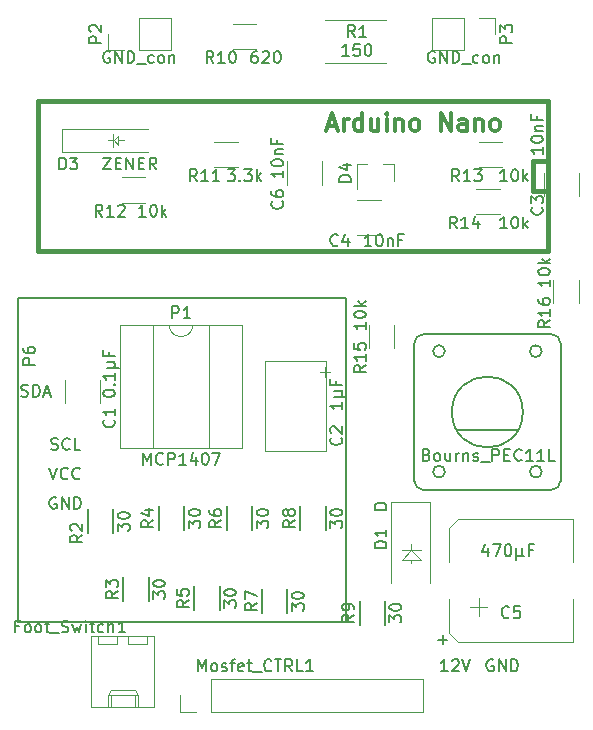
<source format=gbr>
G04 #@! TF.FileFunction,Legend,Top*
%FSLAX46Y46*%
G04 Gerber Fmt 4.6, Leading zero omitted, Abs format (unit mm)*
G04 Created by KiCad (PCBNEW 4.0.4-stable) date 09/01/17 08:26:27*
%MOMM*%
%LPD*%
G01*
G04 APERTURE LIST*
%ADD10C,0.100000*%
%ADD11C,0.300000*%
%ADD12C,0.381000*%
%ADD13C,0.150000*%
%ADD14C,0.120000*%
%ADD15C,0.200000*%
G04 APERTURE END LIST*
D10*
X104300000Y-116500000D02*
X104300000Y-116800000D01*
X104300000Y-115700000D02*
X104300000Y-115200000D01*
X103500000Y-115700000D02*
X105100000Y-115700000D01*
X104300000Y-115700000D02*
X103500000Y-115700000D01*
X104300000Y-115700000D02*
X103500000Y-116500000D01*
X105100000Y-116500000D02*
X104300000Y-115700000D01*
X105000000Y-116500000D02*
X105100000Y-116500000D01*
X103500000Y-116500000D02*
X105000000Y-116500000D01*
X109250000Y-120500000D02*
X110750000Y-120500000D01*
X110000000Y-121250000D02*
X110000000Y-119750000D01*
X79050000Y-81000000D02*
X79050000Y-80450000D01*
X79050000Y-81000000D02*
X79050000Y-81550000D01*
X79050000Y-81000000D02*
X78650000Y-81000000D01*
X79500000Y-81400000D02*
X79500000Y-81000000D01*
X79100000Y-81000000D02*
X79500000Y-81400000D01*
X79500000Y-80600000D02*
X79100000Y-81000000D01*
X79500000Y-81000000D02*
X79500000Y-80600000D01*
X80000000Y-81000000D02*
X79500000Y-81000000D01*
X96600000Y-100600000D02*
X97400000Y-100600000D01*
X97000000Y-100200000D02*
X97000000Y-101000000D01*
D11*
X97214285Y-79750000D02*
X97928571Y-79750000D01*
X97071428Y-80178571D02*
X97571428Y-78678571D01*
X98071428Y-80178571D01*
X98571428Y-80178571D02*
X98571428Y-79178571D01*
X98571428Y-79464286D02*
X98642856Y-79321429D01*
X98714285Y-79250000D01*
X98857142Y-79178571D01*
X98999999Y-79178571D01*
X100142856Y-80178571D02*
X100142856Y-78678571D01*
X100142856Y-80107143D02*
X99999999Y-80178571D01*
X99714285Y-80178571D01*
X99571427Y-80107143D01*
X99499999Y-80035714D01*
X99428570Y-79892857D01*
X99428570Y-79464286D01*
X99499999Y-79321429D01*
X99571427Y-79250000D01*
X99714285Y-79178571D01*
X99999999Y-79178571D01*
X100142856Y-79250000D01*
X101499999Y-79178571D02*
X101499999Y-80178571D01*
X100857142Y-79178571D02*
X100857142Y-79964286D01*
X100928570Y-80107143D01*
X101071428Y-80178571D01*
X101285713Y-80178571D01*
X101428570Y-80107143D01*
X101499999Y-80035714D01*
X102214285Y-80178571D02*
X102214285Y-79178571D01*
X102214285Y-78678571D02*
X102142856Y-78750000D01*
X102214285Y-78821429D01*
X102285713Y-78750000D01*
X102214285Y-78678571D01*
X102214285Y-78821429D01*
X102928571Y-79178571D02*
X102928571Y-80178571D01*
X102928571Y-79321429D02*
X102999999Y-79250000D01*
X103142857Y-79178571D01*
X103357142Y-79178571D01*
X103499999Y-79250000D01*
X103571428Y-79392857D01*
X103571428Y-80178571D01*
X104500000Y-80178571D02*
X104357142Y-80107143D01*
X104285714Y-80035714D01*
X104214285Y-79892857D01*
X104214285Y-79464286D01*
X104285714Y-79321429D01*
X104357142Y-79250000D01*
X104500000Y-79178571D01*
X104714285Y-79178571D01*
X104857142Y-79250000D01*
X104928571Y-79321429D01*
X105000000Y-79464286D01*
X105000000Y-79892857D01*
X104928571Y-80035714D01*
X104857142Y-80107143D01*
X104714285Y-80178571D01*
X104500000Y-80178571D01*
X106785714Y-80178571D02*
X106785714Y-78678571D01*
X107642857Y-80178571D01*
X107642857Y-78678571D01*
X109000000Y-80178571D02*
X109000000Y-79392857D01*
X108928571Y-79250000D01*
X108785714Y-79178571D01*
X108500000Y-79178571D01*
X108357143Y-79250000D01*
X109000000Y-80107143D02*
X108857143Y-80178571D01*
X108500000Y-80178571D01*
X108357143Y-80107143D01*
X108285714Y-79964286D01*
X108285714Y-79821429D01*
X108357143Y-79678571D01*
X108500000Y-79607143D01*
X108857143Y-79607143D01*
X109000000Y-79535714D01*
X109714286Y-79178571D02*
X109714286Y-80178571D01*
X109714286Y-79321429D02*
X109785714Y-79250000D01*
X109928572Y-79178571D01*
X110142857Y-79178571D01*
X110285714Y-79250000D01*
X110357143Y-79392857D01*
X110357143Y-80178571D01*
X111285715Y-80178571D02*
X111142857Y-80107143D01*
X111071429Y-80035714D01*
X111000000Y-79892857D01*
X111000000Y-79464286D01*
X111071429Y-79321429D01*
X111142857Y-79250000D01*
X111285715Y-79178571D01*
X111500000Y-79178571D01*
X111642857Y-79250000D01*
X111714286Y-79321429D01*
X111785715Y-79464286D01*
X111785715Y-79892857D01*
X111714286Y-80035714D01*
X111642857Y-80107143D01*
X111500000Y-80178571D01*
X111285715Y-80178571D01*
D12*
X115860000Y-90350000D02*
X72680000Y-90350000D01*
X72680000Y-90350000D02*
X72680000Y-77650000D01*
X72680000Y-77650000D02*
X115860000Y-77650000D01*
X115860000Y-77650000D02*
X115860000Y-90350000D01*
X115860000Y-82730000D02*
X114590000Y-82730000D01*
X114590000Y-82730000D02*
X114590000Y-85270000D01*
X114590000Y-85270000D02*
X115860000Y-85270000D01*
D13*
X71000000Y-94350000D02*
X98800000Y-94350000D01*
X98800000Y-121650000D02*
X98800000Y-94350000D01*
X71000000Y-121750000D02*
X98800000Y-121750000D01*
X71000000Y-121650000D02*
X71000000Y-94350000D01*
D14*
X97060000Y-99690000D02*
X97060000Y-107310000D01*
X91940000Y-99690000D02*
X91940000Y-107310000D01*
X97060000Y-99690000D02*
X91940000Y-99690000D01*
X97060000Y-107310000D02*
X91940000Y-107310000D01*
X85810000Y-96610000D02*
G75*
G02X83810000Y-96610000I-1000000J0D01*
G01*
X83810000Y-96610000D02*
X82440000Y-96610000D01*
X82440000Y-96610000D02*
X82440000Y-107010000D01*
X82440000Y-107010000D02*
X87180000Y-107010000D01*
X87180000Y-107010000D02*
X87180000Y-96610000D01*
X87180000Y-96610000D02*
X85810000Y-96610000D01*
X79610000Y-96610000D02*
X79610000Y-107010000D01*
X79610000Y-107010000D02*
X90010000Y-107010000D01*
X90010000Y-107010000D02*
X90010000Y-96610000D01*
X90010000Y-96610000D02*
X79610000Y-96610000D01*
X81270000Y-73390000D02*
X83930000Y-73390000D01*
X83930000Y-73390000D02*
X83930000Y-70610000D01*
X83930000Y-70610000D02*
X81270000Y-70610000D01*
X81270000Y-70610000D02*
X81270000Y-73390000D01*
X80000000Y-73390000D02*
X78610000Y-73390000D01*
X78610000Y-73390000D02*
X78610000Y-72000000D01*
X108730000Y-70610000D02*
X106070000Y-70610000D01*
X106070000Y-70610000D02*
X106070000Y-73390000D01*
X106070000Y-73390000D02*
X108730000Y-73390000D01*
X108730000Y-73390000D02*
X108730000Y-70610000D01*
X110000000Y-70610000D02*
X111390000Y-70610000D01*
X111390000Y-70610000D02*
X111390000Y-72000000D01*
D13*
X79075000Y-112250000D02*
X79075000Y-114250000D01*
X76925000Y-114250000D02*
X76925000Y-112250000D01*
X82075000Y-118000000D02*
X82075000Y-120000000D01*
X79925000Y-120000000D02*
X79925000Y-118000000D01*
X85075000Y-112000000D02*
X85075000Y-114000000D01*
X82925000Y-114000000D02*
X82925000Y-112000000D01*
X88075000Y-118750000D02*
X88075000Y-120750000D01*
X85925000Y-120750000D02*
X85925000Y-118750000D01*
X90825000Y-112000000D02*
X90825000Y-114000000D01*
X88675000Y-114000000D02*
X88675000Y-112000000D01*
X93825000Y-119000000D02*
X93825000Y-121000000D01*
X91675000Y-121000000D02*
X91675000Y-119000000D01*
X97075000Y-112000000D02*
X97075000Y-114000000D01*
X94925000Y-114000000D02*
X94925000Y-112000000D01*
X102075000Y-120000000D02*
X102075000Y-122000000D01*
X99925000Y-122000000D02*
X99925000Y-120000000D01*
D14*
X87370000Y-129390000D02*
X105270000Y-129390000D01*
X105270000Y-129390000D02*
X105270000Y-126610000D01*
X105270000Y-126610000D02*
X87370000Y-126610000D01*
X87370000Y-126610000D02*
X87370000Y-129390000D01*
X86100000Y-129390000D02*
X84710000Y-129390000D01*
X84710000Y-129390000D02*
X84710000Y-128000000D01*
X77980000Y-103250000D02*
X77980000Y-101250000D01*
X75020000Y-101250000D02*
X75020000Y-103250000D01*
X105900000Y-111600000D02*
X102600000Y-111600000D01*
X102600000Y-111600000D02*
X102600000Y-118500000D01*
X105900000Y-111600000D02*
X105900000Y-118500000D01*
X82000000Y-80000000D02*
X74700000Y-80000000D01*
X74700000Y-80000000D02*
X74700000Y-82000000D01*
X74700000Y-82000000D02*
X82000000Y-82000000D01*
X115520000Y-83750000D02*
X115520000Y-85750000D01*
X118480000Y-85750000D02*
X118480000Y-83750000D01*
X99750000Y-88980000D02*
X101750000Y-88980000D01*
X101750000Y-86020000D02*
X99750000Y-86020000D01*
D15*
X115350000Y-98850000D02*
G75*
G03X115350000Y-98850000I-500000J0D01*
G01*
X107150000Y-98850000D02*
G75*
G03X107150000Y-98850000I-500000J0D01*
G01*
X107150000Y-109050000D02*
G75*
G03X107150000Y-109050000I-500000J0D01*
G01*
X115350000Y-109050000D02*
G75*
G03X115350000Y-109050000I-500000J0D01*
G01*
X116950000Y-98200000D02*
X116950000Y-109800000D01*
X104550000Y-109800000D02*
X104550000Y-98200000D01*
X116150000Y-110600000D02*
X105350000Y-110600000D01*
X116150000Y-97400000D02*
X105350000Y-97400000D01*
X116150000Y-110600000D02*
G75*
G03X116950000Y-109800000I0J800000D01*
G01*
X116950000Y-98200000D02*
G75*
G03X116150000Y-97400000I-800000J0D01*
G01*
X105350000Y-97400000D02*
G75*
G03X104550000Y-98200000I0J-800000D01*
G01*
X104550000Y-109800000D02*
G75*
G03X105350000Y-110600000I800000J0D01*
G01*
X113350000Y-105500000D02*
X108150000Y-105500000D01*
X113750000Y-104000000D02*
G75*
G03X113750000Y-104000000I-3000000J0D01*
G01*
D14*
X107540000Y-113800000D02*
X107540000Y-116690000D01*
X107540000Y-122700000D02*
X107540000Y-119810000D01*
X117960000Y-123460000D02*
X117960000Y-119810000D01*
X117960000Y-113040000D02*
X117960000Y-116690000D01*
X117960000Y-123460000D02*
X108300000Y-123460000D01*
X108300000Y-123460000D02*
X107540000Y-122700000D01*
X107540000Y-113800000D02*
X108300000Y-113040000D01*
X108300000Y-113040000D02*
X117960000Y-113040000D01*
X93770000Y-82750000D02*
X93770000Y-84750000D01*
X96730000Y-84750000D02*
X96730000Y-82750000D01*
X102830000Y-82990000D02*
X101900000Y-82990000D01*
X99670000Y-82990000D02*
X100600000Y-82990000D01*
X99670000Y-82990000D02*
X99670000Y-85150000D01*
X102830000Y-82990000D02*
X102830000Y-84450000D01*
X77230000Y-122980000D02*
X77230000Y-128980000D01*
X77230000Y-128980000D02*
X82510000Y-128980000D01*
X82510000Y-128980000D02*
X82510000Y-122980000D01*
X82510000Y-122980000D02*
X77230000Y-122980000D01*
X78600000Y-128980000D02*
X78600000Y-127980000D01*
X78600000Y-127980000D02*
X81140000Y-127980000D01*
X81140000Y-127980000D02*
X81140000Y-128980000D01*
X78600000Y-127980000D02*
X78850000Y-127550000D01*
X78850000Y-127550000D02*
X80890000Y-127550000D01*
X80890000Y-127550000D02*
X81140000Y-127980000D01*
X78850000Y-128980000D02*
X78850000Y-127980000D01*
X80890000Y-128980000D02*
X80890000Y-127980000D01*
X77800000Y-122980000D02*
X77800000Y-123600000D01*
X77800000Y-123600000D02*
X79400000Y-123600000D01*
X79400000Y-123600000D02*
X79400000Y-122980000D01*
X80340000Y-122980000D02*
X80340000Y-123600000D01*
X80340000Y-123600000D02*
X81940000Y-123600000D01*
X81940000Y-123600000D02*
X81940000Y-122980000D01*
X97000000Y-70780000D02*
X102200000Y-70780000D01*
X102200000Y-74420000D02*
X97000000Y-74420000D01*
X89200000Y-71130000D02*
X91200000Y-71130000D01*
X91200000Y-73270000D02*
X89200000Y-73270000D01*
X89600000Y-83270000D02*
X87600000Y-83270000D01*
X87600000Y-81130000D02*
X89600000Y-81130000D01*
X79800000Y-84130000D02*
X81800000Y-84130000D01*
X81800000Y-86270000D02*
X79800000Y-86270000D01*
X112000000Y-83270000D02*
X110000000Y-83270000D01*
X110000000Y-81130000D02*
X112000000Y-81130000D01*
X111800000Y-87270000D02*
X109800000Y-87270000D01*
X109800000Y-85130000D02*
X111800000Y-85130000D01*
X100730000Y-98600000D02*
X100730000Y-96600000D01*
X102870000Y-96600000D02*
X102870000Y-98600000D01*
X118470000Y-92800000D02*
X118470000Y-94800000D01*
X116330000Y-94800000D02*
X116330000Y-92800000D01*
D13*
X72452381Y-99988095D02*
X71452381Y-99988095D01*
X71452381Y-99607142D01*
X71500000Y-99511904D01*
X71547619Y-99464285D01*
X71642857Y-99416666D01*
X71785714Y-99416666D01*
X71880952Y-99464285D01*
X71928571Y-99511904D01*
X71976190Y-99607142D01*
X71976190Y-99988095D01*
X71452381Y-98559523D02*
X71452381Y-98750000D01*
X71500000Y-98845238D01*
X71547619Y-98892857D01*
X71690476Y-98988095D01*
X71880952Y-99035714D01*
X72261905Y-99035714D01*
X72357143Y-98988095D01*
X72404762Y-98940476D01*
X72452381Y-98845238D01*
X72452381Y-98654761D01*
X72404762Y-98559523D01*
X72357143Y-98511904D01*
X72261905Y-98464285D01*
X72023810Y-98464285D01*
X71928571Y-98511904D01*
X71880952Y-98559523D01*
X71833333Y-98654761D01*
X71833333Y-98845238D01*
X71880952Y-98940476D01*
X71928571Y-98988095D01*
X72023810Y-99035714D01*
X71285714Y-102654762D02*
X71428571Y-102702381D01*
X71666667Y-102702381D01*
X71761905Y-102654762D01*
X71809524Y-102607143D01*
X71857143Y-102511905D01*
X71857143Y-102416667D01*
X71809524Y-102321429D01*
X71761905Y-102273810D01*
X71666667Y-102226190D01*
X71476190Y-102178571D01*
X71380952Y-102130952D01*
X71333333Y-102083333D01*
X71285714Y-101988095D01*
X71285714Y-101892857D01*
X71333333Y-101797619D01*
X71380952Y-101750000D01*
X71476190Y-101702381D01*
X71714286Y-101702381D01*
X71857143Y-101750000D01*
X72285714Y-102702381D02*
X72285714Y-101702381D01*
X72523809Y-101702381D01*
X72666667Y-101750000D01*
X72761905Y-101845238D01*
X72809524Y-101940476D01*
X72857143Y-102130952D01*
X72857143Y-102273810D01*
X72809524Y-102464286D01*
X72761905Y-102559524D01*
X72666667Y-102654762D01*
X72523809Y-102702381D01*
X72285714Y-102702381D01*
X73238095Y-102416667D02*
X73714286Y-102416667D01*
X73142857Y-102702381D02*
X73476190Y-101702381D01*
X73809524Y-102702381D01*
X73809524Y-107154762D02*
X73952381Y-107202381D01*
X74190477Y-107202381D01*
X74285715Y-107154762D01*
X74333334Y-107107143D01*
X74380953Y-107011905D01*
X74380953Y-106916667D01*
X74333334Y-106821429D01*
X74285715Y-106773810D01*
X74190477Y-106726190D01*
X74000000Y-106678571D01*
X73904762Y-106630952D01*
X73857143Y-106583333D01*
X73809524Y-106488095D01*
X73809524Y-106392857D01*
X73857143Y-106297619D01*
X73904762Y-106250000D01*
X74000000Y-106202381D01*
X74238096Y-106202381D01*
X74380953Y-106250000D01*
X75380953Y-107107143D02*
X75333334Y-107154762D01*
X75190477Y-107202381D01*
X75095239Y-107202381D01*
X74952381Y-107154762D01*
X74857143Y-107059524D01*
X74809524Y-106964286D01*
X74761905Y-106773810D01*
X74761905Y-106630952D01*
X74809524Y-106440476D01*
X74857143Y-106345238D01*
X74952381Y-106250000D01*
X75095239Y-106202381D01*
X75190477Y-106202381D01*
X75333334Y-106250000D01*
X75380953Y-106297619D01*
X76285715Y-107202381D02*
X75809524Y-107202381D01*
X75809524Y-106202381D01*
X74238096Y-111250000D02*
X74142858Y-111202381D01*
X74000001Y-111202381D01*
X73857143Y-111250000D01*
X73761905Y-111345238D01*
X73714286Y-111440476D01*
X73666667Y-111630952D01*
X73666667Y-111773810D01*
X73714286Y-111964286D01*
X73761905Y-112059524D01*
X73857143Y-112154762D01*
X74000001Y-112202381D01*
X74095239Y-112202381D01*
X74238096Y-112154762D01*
X74285715Y-112107143D01*
X74285715Y-111773810D01*
X74095239Y-111773810D01*
X74714286Y-112202381D02*
X74714286Y-111202381D01*
X75285715Y-112202381D01*
X75285715Y-111202381D01*
X75761905Y-112202381D02*
X75761905Y-111202381D01*
X76000000Y-111202381D01*
X76142858Y-111250000D01*
X76238096Y-111345238D01*
X76285715Y-111440476D01*
X76333334Y-111630952D01*
X76333334Y-111773810D01*
X76285715Y-111964286D01*
X76238096Y-112059524D01*
X76142858Y-112154762D01*
X76000000Y-112202381D01*
X75761905Y-112202381D01*
X73666667Y-108702381D02*
X74000000Y-109702381D01*
X74333334Y-108702381D01*
X75238096Y-109607143D02*
X75190477Y-109654762D01*
X75047620Y-109702381D01*
X74952382Y-109702381D01*
X74809524Y-109654762D01*
X74714286Y-109559524D01*
X74666667Y-109464286D01*
X74619048Y-109273810D01*
X74619048Y-109130952D01*
X74666667Y-108940476D01*
X74714286Y-108845238D01*
X74809524Y-108750000D01*
X74952382Y-108702381D01*
X75047620Y-108702381D01*
X75190477Y-108750000D01*
X75238096Y-108797619D01*
X76238096Y-109607143D02*
X76190477Y-109654762D01*
X76047620Y-109702381D01*
X75952382Y-109702381D01*
X75809524Y-109654762D01*
X75714286Y-109559524D01*
X75666667Y-109464286D01*
X75619048Y-109273810D01*
X75619048Y-109130952D01*
X75666667Y-108940476D01*
X75714286Y-108845238D01*
X75809524Y-108750000D01*
X75952382Y-108702381D01*
X76047620Y-108702381D01*
X76190477Y-108750000D01*
X76238096Y-108797619D01*
X98357143Y-106166666D02*
X98404762Y-106214285D01*
X98452381Y-106357142D01*
X98452381Y-106452380D01*
X98404762Y-106595238D01*
X98309524Y-106690476D01*
X98214286Y-106738095D01*
X98023810Y-106785714D01*
X97880952Y-106785714D01*
X97690476Y-106738095D01*
X97595238Y-106690476D01*
X97500000Y-106595238D01*
X97452381Y-106452380D01*
X97452381Y-106357142D01*
X97500000Y-106214285D01*
X97547619Y-106166666D01*
X97547619Y-105785714D02*
X97500000Y-105738095D01*
X97452381Y-105642857D01*
X97452381Y-105404761D01*
X97500000Y-105309523D01*
X97547619Y-105261904D01*
X97642857Y-105214285D01*
X97738095Y-105214285D01*
X97880952Y-105261904D01*
X98452381Y-105833333D01*
X98452381Y-105214285D01*
X98452381Y-103166666D02*
X98452381Y-103738095D01*
X98452381Y-103452381D02*
X97452381Y-103452381D01*
X97595238Y-103547619D01*
X97690476Y-103642857D01*
X97738095Y-103738095D01*
X97785714Y-102738095D02*
X98785714Y-102738095D01*
X98309524Y-102261904D02*
X98404762Y-102214285D01*
X98452381Y-102119047D01*
X98309524Y-102738095D02*
X98404762Y-102690476D01*
X98452381Y-102595238D01*
X98452381Y-102404761D01*
X98404762Y-102309523D01*
X98309524Y-102261904D01*
X97785714Y-102261904D01*
X97928571Y-101357142D02*
X97928571Y-101690476D01*
X98452381Y-101690476D02*
X97452381Y-101690476D01*
X97452381Y-101214285D01*
X84071905Y-96062381D02*
X84071905Y-95062381D01*
X84452858Y-95062381D01*
X84548096Y-95110000D01*
X84595715Y-95157619D01*
X84643334Y-95252857D01*
X84643334Y-95395714D01*
X84595715Y-95490952D01*
X84548096Y-95538571D01*
X84452858Y-95586190D01*
X84071905Y-95586190D01*
X85595715Y-96062381D02*
X85024286Y-96062381D01*
X85310000Y-96062381D02*
X85310000Y-95062381D01*
X85214762Y-95205238D01*
X85119524Y-95300476D01*
X85024286Y-95348095D01*
X81571905Y-108462381D02*
X81571905Y-107462381D01*
X81905239Y-108176667D01*
X82238572Y-107462381D01*
X82238572Y-108462381D01*
X83286191Y-108367143D02*
X83238572Y-108414762D01*
X83095715Y-108462381D01*
X83000477Y-108462381D01*
X82857619Y-108414762D01*
X82762381Y-108319524D01*
X82714762Y-108224286D01*
X82667143Y-108033810D01*
X82667143Y-107890952D01*
X82714762Y-107700476D01*
X82762381Y-107605238D01*
X82857619Y-107510000D01*
X83000477Y-107462381D01*
X83095715Y-107462381D01*
X83238572Y-107510000D01*
X83286191Y-107557619D01*
X83714762Y-108462381D02*
X83714762Y-107462381D01*
X84095715Y-107462381D01*
X84190953Y-107510000D01*
X84238572Y-107557619D01*
X84286191Y-107652857D01*
X84286191Y-107795714D01*
X84238572Y-107890952D01*
X84190953Y-107938571D01*
X84095715Y-107986190D01*
X83714762Y-107986190D01*
X85238572Y-108462381D02*
X84667143Y-108462381D01*
X84952857Y-108462381D02*
X84952857Y-107462381D01*
X84857619Y-107605238D01*
X84762381Y-107700476D01*
X84667143Y-107748095D01*
X86095715Y-107795714D02*
X86095715Y-108462381D01*
X85857619Y-107414762D02*
X85619524Y-108129048D01*
X86238572Y-108129048D01*
X86810000Y-107462381D02*
X86905239Y-107462381D01*
X87000477Y-107510000D01*
X87048096Y-107557619D01*
X87095715Y-107652857D01*
X87143334Y-107843333D01*
X87143334Y-108081429D01*
X87095715Y-108271905D01*
X87048096Y-108367143D01*
X87000477Y-108414762D01*
X86905239Y-108462381D01*
X86810000Y-108462381D01*
X86714762Y-108414762D01*
X86667143Y-108367143D01*
X86619524Y-108271905D01*
X86571905Y-108081429D01*
X86571905Y-107843333D01*
X86619524Y-107652857D01*
X86667143Y-107557619D01*
X86714762Y-107510000D01*
X86810000Y-107462381D01*
X87476667Y-107462381D02*
X88143334Y-107462381D01*
X87714762Y-108462381D01*
X78062381Y-72738095D02*
X77062381Y-72738095D01*
X77062381Y-72357142D01*
X77110000Y-72261904D01*
X77157619Y-72214285D01*
X77252857Y-72166666D01*
X77395714Y-72166666D01*
X77490952Y-72214285D01*
X77538571Y-72261904D01*
X77586190Y-72357142D01*
X77586190Y-72738095D01*
X77157619Y-71785714D02*
X77110000Y-71738095D01*
X77062381Y-71642857D01*
X77062381Y-71404761D01*
X77110000Y-71309523D01*
X77157619Y-71261904D01*
X77252857Y-71214285D01*
X77348095Y-71214285D01*
X77490952Y-71261904D01*
X78062381Y-71833333D01*
X78062381Y-71214285D01*
X78773810Y-73500000D02*
X78678572Y-73452381D01*
X78535715Y-73452381D01*
X78392857Y-73500000D01*
X78297619Y-73595238D01*
X78250000Y-73690476D01*
X78202381Y-73880952D01*
X78202381Y-74023810D01*
X78250000Y-74214286D01*
X78297619Y-74309524D01*
X78392857Y-74404762D01*
X78535715Y-74452381D01*
X78630953Y-74452381D01*
X78773810Y-74404762D01*
X78821429Y-74357143D01*
X78821429Y-74023810D01*
X78630953Y-74023810D01*
X79250000Y-74452381D02*
X79250000Y-73452381D01*
X79821429Y-74452381D01*
X79821429Y-73452381D01*
X80297619Y-74452381D02*
X80297619Y-73452381D01*
X80535714Y-73452381D01*
X80678572Y-73500000D01*
X80773810Y-73595238D01*
X80821429Y-73690476D01*
X80869048Y-73880952D01*
X80869048Y-74023810D01*
X80821429Y-74214286D01*
X80773810Y-74309524D01*
X80678572Y-74404762D01*
X80535714Y-74452381D01*
X80297619Y-74452381D01*
X81059524Y-74547619D02*
X81821429Y-74547619D01*
X82488096Y-74404762D02*
X82392858Y-74452381D01*
X82202381Y-74452381D01*
X82107143Y-74404762D01*
X82059524Y-74357143D01*
X82011905Y-74261905D01*
X82011905Y-73976190D01*
X82059524Y-73880952D01*
X82107143Y-73833333D01*
X82202381Y-73785714D01*
X82392858Y-73785714D01*
X82488096Y-73833333D01*
X83059524Y-74452381D02*
X82964286Y-74404762D01*
X82916667Y-74357143D01*
X82869048Y-74261905D01*
X82869048Y-73976190D01*
X82916667Y-73880952D01*
X82964286Y-73833333D01*
X83059524Y-73785714D01*
X83202382Y-73785714D01*
X83297620Y-73833333D01*
X83345239Y-73880952D01*
X83392858Y-73976190D01*
X83392858Y-74261905D01*
X83345239Y-74357143D01*
X83297620Y-74404762D01*
X83202382Y-74452381D01*
X83059524Y-74452381D01*
X83821429Y-73785714D02*
X83821429Y-74452381D01*
X83821429Y-73880952D02*
X83869048Y-73833333D01*
X83964286Y-73785714D01*
X84107144Y-73785714D01*
X84202382Y-73833333D01*
X84250001Y-73928571D01*
X84250001Y-74452381D01*
X112842381Y-72738095D02*
X111842381Y-72738095D01*
X111842381Y-72357142D01*
X111890000Y-72261904D01*
X111937619Y-72214285D01*
X112032857Y-72166666D01*
X112175714Y-72166666D01*
X112270952Y-72214285D01*
X112318571Y-72261904D01*
X112366190Y-72357142D01*
X112366190Y-72738095D01*
X111842381Y-71833333D02*
X111842381Y-71214285D01*
X112223333Y-71547619D01*
X112223333Y-71404761D01*
X112270952Y-71309523D01*
X112318571Y-71261904D01*
X112413810Y-71214285D01*
X112651905Y-71214285D01*
X112747143Y-71261904D01*
X112794762Y-71309523D01*
X112842381Y-71404761D01*
X112842381Y-71690476D01*
X112794762Y-71785714D01*
X112747143Y-71833333D01*
X106273810Y-73500000D02*
X106178572Y-73452381D01*
X106035715Y-73452381D01*
X105892857Y-73500000D01*
X105797619Y-73595238D01*
X105750000Y-73690476D01*
X105702381Y-73880952D01*
X105702381Y-74023810D01*
X105750000Y-74214286D01*
X105797619Y-74309524D01*
X105892857Y-74404762D01*
X106035715Y-74452381D01*
X106130953Y-74452381D01*
X106273810Y-74404762D01*
X106321429Y-74357143D01*
X106321429Y-74023810D01*
X106130953Y-74023810D01*
X106750000Y-74452381D02*
X106750000Y-73452381D01*
X107321429Y-74452381D01*
X107321429Y-73452381D01*
X107797619Y-74452381D02*
X107797619Y-73452381D01*
X108035714Y-73452381D01*
X108178572Y-73500000D01*
X108273810Y-73595238D01*
X108321429Y-73690476D01*
X108369048Y-73880952D01*
X108369048Y-74023810D01*
X108321429Y-74214286D01*
X108273810Y-74309524D01*
X108178572Y-74404762D01*
X108035714Y-74452381D01*
X107797619Y-74452381D01*
X108559524Y-74547619D02*
X109321429Y-74547619D01*
X109988096Y-74404762D02*
X109892858Y-74452381D01*
X109702381Y-74452381D01*
X109607143Y-74404762D01*
X109559524Y-74357143D01*
X109511905Y-74261905D01*
X109511905Y-73976190D01*
X109559524Y-73880952D01*
X109607143Y-73833333D01*
X109702381Y-73785714D01*
X109892858Y-73785714D01*
X109988096Y-73833333D01*
X110559524Y-74452381D02*
X110464286Y-74404762D01*
X110416667Y-74357143D01*
X110369048Y-74261905D01*
X110369048Y-73976190D01*
X110416667Y-73880952D01*
X110464286Y-73833333D01*
X110559524Y-73785714D01*
X110702382Y-73785714D01*
X110797620Y-73833333D01*
X110845239Y-73880952D01*
X110892858Y-73976190D01*
X110892858Y-74261905D01*
X110845239Y-74357143D01*
X110797620Y-74404762D01*
X110702382Y-74452381D01*
X110559524Y-74452381D01*
X111321429Y-73785714D02*
X111321429Y-74452381D01*
X111321429Y-73880952D02*
X111369048Y-73833333D01*
X111464286Y-73785714D01*
X111607144Y-73785714D01*
X111702382Y-73833333D01*
X111750001Y-73928571D01*
X111750001Y-74452381D01*
X76452381Y-114416666D02*
X75976190Y-114750000D01*
X76452381Y-114988095D02*
X75452381Y-114988095D01*
X75452381Y-114607142D01*
X75500000Y-114511904D01*
X75547619Y-114464285D01*
X75642857Y-114416666D01*
X75785714Y-114416666D01*
X75880952Y-114464285D01*
X75928571Y-114511904D01*
X75976190Y-114607142D01*
X75976190Y-114988095D01*
X75547619Y-114035714D02*
X75500000Y-113988095D01*
X75452381Y-113892857D01*
X75452381Y-113654761D01*
X75500000Y-113559523D01*
X75547619Y-113511904D01*
X75642857Y-113464285D01*
X75738095Y-113464285D01*
X75880952Y-113511904D01*
X76452381Y-114083333D01*
X76452381Y-113464285D01*
X79452381Y-114059524D02*
X79452381Y-113440476D01*
X79833333Y-113773810D01*
X79833333Y-113630952D01*
X79880952Y-113535714D01*
X79928571Y-113488095D01*
X80023810Y-113440476D01*
X80261905Y-113440476D01*
X80357143Y-113488095D01*
X80404762Y-113535714D01*
X80452381Y-113630952D01*
X80452381Y-113916667D01*
X80404762Y-114011905D01*
X80357143Y-114059524D01*
X79452381Y-112821429D02*
X79452381Y-112726190D01*
X79500000Y-112630952D01*
X79547619Y-112583333D01*
X79642857Y-112535714D01*
X79833333Y-112488095D01*
X80071429Y-112488095D01*
X80261905Y-112535714D01*
X80357143Y-112583333D01*
X80404762Y-112630952D01*
X80452381Y-112726190D01*
X80452381Y-112821429D01*
X80404762Y-112916667D01*
X80357143Y-112964286D01*
X80261905Y-113011905D01*
X80071429Y-113059524D01*
X79833333Y-113059524D01*
X79642857Y-113011905D01*
X79547619Y-112964286D01*
X79500000Y-112916667D01*
X79452381Y-112821429D01*
X79452381Y-119166666D02*
X78976190Y-119500000D01*
X79452381Y-119738095D02*
X78452381Y-119738095D01*
X78452381Y-119357142D01*
X78500000Y-119261904D01*
X78547619Y-119214285D01*
X78642857Y-119166666D01*
X78785714Y-119166666D01*
X78880952Y-119214285D01*
X78928571Y-119261904D01*
X78976190Y-119357142D01*
X78976190Y-119738095D01*
X78452381Y-118833333D02*
X78452381Y-118214285D01*
X78833333Y-118547619D01*
X78833333Y-118404761D01*
X78880952Y-118309523D01*
X78928571Y-118261904D01*
X79023810Y-118214285D01*
X79261905Y-118214285D01*
X79357143Y-118261904D01*
X79404762Y-118309523D01*
X79452381Y-118404761D01*
X79452381Y-118690476D01*
X79404762Y-118785714D01*
X79357143Y-118833333D01*
X82452381Y-119809524D02*
X82452381Y-119190476D01*
X82833333Y-119523810D01*
X82833333Y-119380952D01*
X82880952Y-119285714D01*
X82928571Y-119238095D01*
X83023810Y-119190476D01*
X83261905Y-119190476D01*
X83357143Y-119238095D01*
X83404762Y-119285714D01*
X83452381Y-119380952D01*
X83452381Y-119666667D01*
X83404762Y-119761905D01*
X83357143Y-119809524D01*
X82452381Y-118571429D02*
X82452381Y-118476190D01*
X82500000Y-118380952D01*
X82547619Y-118333333D01*
X82642857Y-118285714D01*
X82833333Y-118238095D01*
X83071429Y-118238095D01*
X83261905Y-118285714D01*
X83357143Y-118333333D01*
X83404762Y-118380952D01*
X83452381Y-118476190D01*
X83452381Y-118571429D01*
X83404762Y-118666667D01*
X83357143Y-118714286D01*
X83261905Y-118761905D01*
X83071429Y-118809524D01*
X82833333Y-118809524D01*
X82642857Y-118761905D01*
X82547619Y-118714286D01*
X82500000Y-118666667D01*
X82452381Y-118571429D01*
X82452381Y-113166666D02*
X81976190Y-113500000D01*
X82452381Y-113738095D02*
X81452381Y-113738095D01*
X81452381Y-113357142D01*
X81500000Y-113261904D01*
X81547619Y-113214285D01*
X81642857Y-113166666D01*
X81785714Y-113166666D01*
X81880952Y-113214285D01*
X81928571Y-113261904D01*
X81976190Y-113357142D01*
X81976190Y-113738095D01*
X81785714Y-112309523D02*
X82452381Y-112309523D01*
X81404762Y-112547619D02*
X82119048Y-112785714D01*
X82119048Y-112166666D01*
X85452381Y-113809524D02*
X85452381Y-113190476D01*
X85833333Y-113523810D01*
X85833333Y-113380952D01*
X85880952Y-113285714D01*
X85928571Y-113238095D01*
X86023810Y-113190476D01*
X86261905Y-113190476D01*
X86357143Y-113238095D01*
X86404762Y-113285714D01*
X86452381Y-113380952D01*
X86452381Y-113666667D01*
X86404762Y-113761905D01*
X86357143Y-113809524D01*
X85452381Y-112571429D02*
X85452381Y-112476190D01*
X85500000Y-112380952D01*
X85547619Y-112333333D01*
X85642857Y-112285714D01*
X85833333Y-112238095D01*
X86071429Y-112238095D01*
X86261905Y-112285714D01*
X86357143Y-112333333D01*
X86404762Y-112380952D01*
X86452381Y-112476190D01*
X86452381Y-112571429D01*
X86404762Y-112666667D01*
X86357143Y-112714286D01*
X86261905Y-112761905D01*
X86071429Y-112809524D01*
X85833333Y-112809524D01*
X85642857Y-112761905D01*
X85547619Y-112714286D01*
X85500000Y-112666667D01*
X85452381Y-112571429D01*
X85452381Y-119916666D02*
X84976190Y-120250000D01*
X85452381Y-120488095D02*
X84452381Y-120488095D01*
X84452381Y-120107142D01*
X84500000Y-120011904D01*
X84547619Y-119964285D01*
X84642857Y-119916666D01*
X84785714Y-119916666D01*
X84880952Y-119964285D01*
X84928571Y-120011904D01*
X84976190Y-120107142D01*
X84976190Y-120488095D01*
X84452381Y-119011904D02*
X84452381Y-119488095D01*
X84928571Y-119535714D01*
X84880952Y-119488095D01*
X84833333Y-119392857D01*
X84833333Y-119154761D01*
X84880952Y-119059523D01*
X84928571Y-119011904D01*
X85023810Y-118964285D01*
X85261905Y-118964285D01*
X85357143Y-119011904D01*
X85404762Y-119059523D01*
X85452381Y-119154761D01*
X85452381Y-119392857D01*
X85404762Y-119488095D01*
X85357143Y-119535714D01*
X88452381Y-120559524D02*
X88452381Y-119940476D01*
X88833333Y-120273810D01*
X88833333Y-120130952D01*
X88880952Y-120035714D01*
X88928571Y-119988095D01*
X89023810Y-119940476D01*
X89261905Y-119940476D01*
X89357143Y-119988095D01*
X89404762Y-120035714D01*
X89452381Y-120130952D01*
X89452381Y-120416667D01*
X89404762Y-120511905D01*
X89357143Y-120559524D01*
X88452381Y-119321429D02*
X88452381Y-119226190D01*
X88500000Y-119130952D01*
X88547619Y-119083333D01*
X88642857Y-119035714D01*
X88833333Y-118988095D01*
X89071429Y-118988095D01*
X89261905Y-119035714D01*
X89357143Y-119083333D01*
X89404762Y-119130952D01*
X89452381Y-119226190D01*
X89452381Y-119321429D01*
X89404762Y-119416667D01*
X89357143Y-119464286D01*
X89261905Y-119511905D01*
X89071429Y-119559524D01*
X88833333Y-119559524D01*
X88642857Y-119511905D01*
X88547619Y-119464286D01*
X88500000Y-119416667D01*
X88452381Y-119321429D01*
X88202381Y-113166666D02*
X87726190Y-113500000D01*
X88202381Y-113738095D02*
X87202381Y-113738095D01*
X87202381Y-113357142D01*
X87250000Y-113261904D01*
X87297619Y-113214285D01*
X87392857Y-113166666D01*
X87535714Y-113166666D01*
X87630952Y-113214285D01*
X87678571Y-113261904D01*
X87726190Y-113357142D01*
X87726190Y-113738095D01*
X87202381Y-112309523D02*
X87202381Y-112500000D01*
X87250000Y-112595238D01*
X87297619Y-112642857D01*
X87440476Y-112738095D01*
X87630952Y-112785714D01*
X88011905Y-112785714D01*
X88107143Y-112738095D01*
X88154762Y-112690476D01*
X88202381Y-112595238D01*
X88202381Y-112404761D01*
X88154762Y-112309523D01*
X88107143Y-112261904D01*
X88011905Y-112214285D01*
X87773810Y-112214285D01*
X87678571Y-112261904D01*
X87630952Y-112309523D01*
X87583333Y-112404761D01*
X87583333Y-112595238D01*
X87630952Y-112690476D01*
X87678571Y-112738095D01*
X87773810Y-112785714D01*
X91202381Y-113809524D02*
X91202381Y-113190476D01*
X91583333Y-113523810D01*
X91583333Y-113380952D01*
X91630952Y-113285714D01*
X91678571Y-113238095D01*
X91773810Y-113190476D01*
X92011905Y-113190476D01*
X92107143Y-113238095D01*
X92154762Y-113285714D01*
X92202381Y-113380952D01*
X92202381Y-113666667D01*
X92154762Y-113761905D01*
X92107143Y-113809524D01*
X91202381Y-112571429D02*
X91202381Y-112476190D01*
X91250000Y-112380952D01*
X91297619Y-112333333D01*
X91392857Y-112285714D01*
X91583333Y-112238095D01*
X91821429Y-112238095D01*
X92011905Y-112285714D01*
X92107143Y-112333333D01*
X92154762Y-112380952D01*
X92202381Y-112476190D01*
X92202381Y-112571429D01*
X92154762Y-112666667D01*
X92107143Y-112714286D01*
X92011905Y-112761905D01*
X91821429Y-112809524D01*
X91583333Y-112809524D01*
X91392857Y-112761905D01*
X91297619Y-112714286D01*
X91250000Y-112666667D01*
X91202381Y-112571429D01*
X91202381Y-120166666D02*
X90726190Y-120500000D01*
X91202381Y-120738095D02*
X90202381Y-120738095D01*
X90202381Y-120357142D01*
X90250000Y-120261904D01*
X90297619Y-120214285D01*
X90392857Y-120166666D01*
X90535714Y-120166666D01*
X90630952Y-120214285D01*
X90678571Y-120261904D01*
X90726190Y-120357142D01*
X90726190Y-120738095D01*
X90202381Y-119833333D02*
X90202381Y-119166666D01*
X91202381Y-119595238D01*
X94202381Y-120809524D02*
X94202381Y-120190476D01*
X94583333Y-120523810D01*
X94583333Y-120380952D01*
X94630952Y-120285714D01*
X94678571Y-120238095D01*
X94773810Y-120190476D01*
X95011905Y-120190476D01*
X95107143Y-120238095D01*
X95154762Y-120285714D01*
X95202381Y-120380952D01*
X95202381Y-120666667D01*
X95154762Y-120761905D01*
X95107143Y-120809524D01*
X94202381Y-119571429D02*
X94202381Y-119476190D01*
X94250000Y-119380952D01*
X94297619Y-119333333D01*
X94392857Y-119285714D01*
X94583333Y-119238095D01*
X94821429Y-119238095D01*
X95011905Y-119285714D01*
X95107143Y-119333333D01*
X95154762Y-119380952D01*
X95202381Y-119476190D01*
X95202381Y-119571429D01*
X95154762Y-119666667D01*
X95107143Y-119714286D01*
X95011905Y-119761905D01*
X94821429Y-119809524D01*
X94583333Y-119809524D01*
X94392857Y-119761905D01*
X94297619Y-119714286D01*
X94250000Y-119666667D01*
X94202381Y-119571429D01*
X94452381Y-113166666D02*
X93976190Y-113500000D01*
X94452381Y-113738095D02*
X93452381Y-113738095D01*
X93452381Y-113357142D01*
X93500000Y-113261904D01*
X93547619Y-113214285D01*
X93642857Y-113166666D01*
X93785714Y-113166666D01*
X93880952Y-113214285D01*
X93928571Y-113261904D01*
X93976190Y-113357142D01*
X93976190Y-113738095D01*
X93880952Y-112595238D02*
X93833333Y-112690476D01*
X93785714Y-112738095D01*
X93690476Y-112785714D01*
X93642857Y-112785714D01*
X93547619Y-112738095D01*
X93500000Y-112690476D01*
X93452381Y-112595238D01*
X93452381Y-112404761D01*
X93500000Y-112309523D01*
X93547619Y-112261904D01*
X93642857Y-112214285D01*
X93690476Y-112214285D01*
X93785714Y-112261904D01*
X93833333Y-112309523D01*
X93880952Y-112404761D01*
X93880952Y-112595238D01*
X93928571Y-112690476D01*
X93976190Y-112738095D01*
X94071429Y-112785714D01*
X94261905Y-112785714D01*
X94357143Y-112738095D01*
X94404762Y-112690476D01*
X94452381Y-112595238D01*
X94452381Y-112404761D01*
X94404762Y-112309523D01*
X94357143Y-112261904D01*
X94261905Y-112214285D01*
X94071429Y-112214285D01*
X93976190Y-112261904D01*
X93928571Y-112309523D01*
X93880952Y-112404761D01*
X97452381Y-113809524D02*
X97452381Y-113190476D01*
X97833333Y-113523810D01*
X97833333Y-113380952D01*
X97880952Y-113285714D01*
X97928571Y-113238095D01*
X98023810Y-113190476D01*
X98261905Y-113190476D01*
X98357143Y-113238095D01*
X98404762Y-113285714D01*
X98452381Y-113380952D01*
X98452381Y-113666667D01*
X98404762Y-113761905D01*
X98357143Y-113809524D01*
X97452381Y-112571429D02*
X97452381Y-112476190D01*
X97500000Y-112380952D01*
X97547619Y-112333333D01*
X97642857Y-112285714D01*
X97833333Y-112238095D01*
X98071429Y-112238095D01*
X98261905Y-112285714D01*
X98357143Y-112333333D01*
X98404762Y-112380952D01*
X98452381Y-112476190D01*
X98452381Y-112571429D01*
X98404762Y-112666667D01*
X98357143Y-112714286D01*
X98261905Y-112761905D01*
X98071429Y-112809524D01*
X97833333Y-112809524D01*
X97642857Y-112761905D01*
X97547619Y-112714286D01*
X97500000Y-112666667D01*
X97452381Y-112571429D01*
X99452381Y-121166666D02*
X98976190Y-121500000D01*
X99452381Y-121738095D02*
X98452381Y-121738095D01*
X98452381Y-121357142D01*
X98500000Y-121261904D01*
X98547619Y-121214285D01*
X98642857Y-121166666D01*
X98785714Y-121166666D01*
X98880952Y-121214285D01*
X98928571Y-121261904D01*
X98976190Y-121357142D01*
X98976190Y-121738095D01*
X99452381Y-120690476D02*
X99452381Y-120500000D01*
X99404762Y-120404761D01*
X99357143Y-120357142D01*
X99214286Y-120261904D01*
X99023810Y-120214285D01*
X98642857Y-120214285D01*
X98547619Y-120261904D01*
X98500000Y-120309523D01*
X98452381Y-120404761D01*
X98452381Y-120595238D01*
X98500000Y-120690476D01*
X98547619Y-120738095D01*
X98642857Y-120785714D01*
X98880952Y-120785714D01*
X98976190Y-120738095D01*
X99023810Y-120690476D01*
X99071429Y-120595238D01*
X99071429Y-120404761D01*
X99023810Y-120309523D01*
X98976190Y-120261904D01*
X98880952Y-120214285D01*
X102452381Y-121809524D02*
X102452381Y-121190476D01*
X102833333Y-121523810D01*
X102833333Y-121380952D01*
X102880952Y-121285714D01*
X102928571Y-121238095D01*
X103023810Y-121190476D01*
X103261905Y-121190476D01*
X103357143Y-121238095D01*
X103404762Y-121285714D01*
X103452381Y-121380952D01*
X103452381Y-121666667D01*
X103404762Y-121761905D01*
X103357143Y-121809524D01*
X102452381Y-120571429D02*
X102452381Y-120476190D01*
X102500000Y-120380952D01*
X102547619Y-120333333D01*
X102642857Y-120285714D01*
X102833333Y-120238095D01*
X103071429Y-120238095D01*
X103261905Y-120285714D01*
X103357143Y-120333333D01*
X103404762Y-120380952D01*
X103452381Y-120476190D01*
X103452381Y-120571429D01*
X103404762Y-120666667D01*
X103357143Y-120714286D01*
X103261905Y-120761905D01*
X103071429Y-120809524D01*
X102833333Y-120809524D01*
X102642857Y-120761905D01*
X102547619Y-120714286D01*
X102500000Y-120666667D01*
X102452381Y-120571429D01*
X111238096Y-125000000D02*
X111142858Y-124952381D01*
X111000001Y-124952381D01*
X110857143Y-125000000D01*
X110761905Y-125095238D01*
X110714286Y-125190476D01*
X110666667Y-125380952D01*
X110666667Y-125523810D01*
X110714286Y-125714286D01*
X110761905Y-125809524D01*
X110857143Y-125904762D01*
X111000001Y-125952381D01*
X111095239Y-125952381D01*
X111238096Y-125904762D01*
X111285715Y-125857143D01*
X111285715Y-125523810D01*
X111095239Y-125523810D01*
X111714286Y-125952381D02*
X111714286Y-124952381D01*
X112285715Y-125952381D01*
X112285715Y-124952381D01*
X112761905Y-125952381D02*
X112761905Y-124952381D01*
X113000000Y-124952381D01*
X113142858Y-125000000D01*
X113238096Y-125095238D01*
X113285715Y-125190476D01*
X113333334Y-125380952D01*
X113333334Y-125523810D01*
X113285715Y-125714286D01*
X113238096Y-125809524D01*
X113142858Y-125904762D01*
X113000000Y-125952381D01*
X112761905Y-125952381D01*
X107380953Y-125952381D02*
X106809524Y-125952381D01*
X107095238Y-125952381D02*
X107095238Y-124952381D01*
X107000000Y-125095238D01*
X106904762Y-125190476D01*
X106809524Y-125238095D01*
X107761905Y-125047619D02*
X107809524Y-125000000D01*
X107904762Y-124952381D01*
X108142858Y-124952381D01*
X108238096Y-125000000D01*
X108285715Y-125047619D01*
X108333334Y-125142857D01*
X108333334Y-125238095D01*
X108285715Y-125380952D01*
X107714286Y-125952381D01*
X108333334Y-125952381D01*
X108619048Y-124952381D02*
X108952381Y-125952381D01*
X109285715Y-124952381D01*
X86266666Y-125952381D02*
X86266666Y-124952381D01*
X86600000Y-125666667D01*
X86933333Y-124952381D01*
X86933333Y-125952381D01*
X87552380Y-125952381D02*
X87457142Y-125904762D01*
X87409523Y-125857143D01*
X87361904Y-125761905D01*
X87361904Y-125476190D01*
X87409523Y-125380952D01*
X87457142Y-125333333D01*
X87552380Y-125285714D01*
X87695238Y-125285714D01*
X87790476Y-125333333D01*
X87838095Y-125380952D01*
X87885714Y-125476190D01*
X87885714Y-125761905D01*
X87838095Y-125857143D01*
X87790476Y-125904762D01*
X87695238Y-125952381D01*
X87552380Y-125952381D01*
X88266666Y-125904762D02*
X88361904Y-125952381D01*
X88552380Y-125952381D01*
X88647619Y-125904762D01*
X88695238Y-125809524D01*
X88695238Y-125761905D01*
X88647619Y-125666667D01*
X88552380Y-125619048D01*
X88409523Y-125619048D01*
X88314285Y-125571429D01*
X88266666Y-125476190D01*
X88266666Y-125428571D01*
X88314285Y-125333333D01*
X88409523Y-125285714D01*
X88552380Y-125285714D01*
X88647619Y-125333333D01*
X88980952Y-125285714D02*
X89361904Y-125285714D01*
X89123809Y-125952381D02*
X89123809Y-125095238D01*
X89171428Y-125000000D01*
X89266666Y-124952381D01*
X89361904Y-124952381D01*
X90076191Y-125904762D02*
X89980953Y-125952381D01*
X89790476Y-125952381D01*
X89695238Y-125904762D01*
X89647619Y-125809524D01*
X89647619Y-125428571D01*
X89695238Y-125333333D01*
X89790476Y-125285714D01*
X89980953Y-125285714D01*
X90076191Y-125333333D01*
X90123810Y-125428571D01*
X90123810Y-125523810D01*
X89647619Y-125619048D01*
X90409524Y-125285714D02*
X90790476Y-125285714D01*
X90552381Y-124952381D02*
X90552381Y-125809524D01*
X90600000Y-125904762D01*
X90695238Y-125952381D01*
X90790476Y-125952381D01*
X90885715Y-126047619D02*
X91647620Y-126047619D01*
X92457144Y-125857143D02*
X92409525Y-125904762D01*
X92266668Y-125952381D01*
X92171430Y-125952381D01*
X92028572Y-125904762D01*
X91933334Y-125809524D01*
X91885715Y-125714286D01*
X91838096Y-125523810D01*
X91838096Y-125380952D01*
X91885715Y-125190476D01*
X91933334Y-125095238D01*
X92028572Y-125000000D01*
X92171430Y-124952381D01*
X92266668Y-124952381D01*
X92409525Y-125000000D01*
X92457144Y-125047619D01*
X92742858Y-124952381D02*
X93314287Y-124952381D01*
X93028572Y-125952381D02*
X93028572Y-124952381D01*
X94219049Y-125952381D02*
X93885715Y-125476190D01*
X93647620Y-125952381D02*
X93647620Y-124952381D01*
X94028573Y-124952381D01*
X94123811Y-125000000D01*
X94171430Y-125047619D01*
X94219049Y-125142857D01*
X94219049Y-125285714D01*
X94171430Y-125380952D01*
X94123811Y-125428571D01*
X94028573Y-125476190D01*
X93647620Y-125476190D01*
X95123811Y-125952381D02*
X94647620Y-125952381D01*
X94647620Y-124952381D01*
X95980954Y-125952381D02*
X95409525Y-125952381D01*
X95695239Y-125952381D02*
X95695239Y-124952381D01*
X95600001Y-125095238D01*
X95504763Y-125190476D01*
X95409525Y-125238095D01*
X79107143Y-104666666D02*
X79154762Y-104714285D01*
X79202381Y-104857142D01*
X79202381Y-104952380D01*
X79154762Y-105095238D01*
X79059524Y-105190476D01*
X78964286Y-105238095D01*
X78773810Y-105285714D01*
X78630952Y-105285714D01*
X78440476Y-105238095D01*
X78345238Y-105190476D01*
X78250000Y-105095238D01*
X78202381Y-104952380D01*
X78202381Y-104857142D01*
X78250000Y-104714285D01*
X78297619Y-104666666D01*
X79202381Y-103714285D02*
X79202381Y-104285714D01*
X79202381Y-104000000D02*
X78202381Y-104000000D01*
X78345238Y-104095238D01*
X78440476Y-104190476D01*
X78488095Y-104285714D01*
X78202381Y-102464286D02*
X78202381Y-102369047D01*
X78250000Y-102273809D01*
X78297619Y-102226190D01*
X78392857Y-102178571D01*
X78583333Y-102130952D01*
X78821429Y-102130952D01*
X79011905Y-102178571D01*
X79107143Y-102226190D01*
X79154762Y-102273809D01*
X79202381Y-102369047D01*
X79202381Y-102464286D01*
X79154762Y-102559524D01*
X79107143Y-102607143D01*
X79011905Y-102654762D01*
X78821429Y-102702381D01*
X78583333Y-102702381D01*
X78392857Y-102654762D01*
X78297619Y-102607143D01*
X78250000Y-102559524D01*
X78202381Y-102464286D01*
X79107143Y-101702381D02*
X79154762Y-101654762D01*
X79202381Y-101702381D01*
X79154762Y-101750000D01*
X79107143Y-101702381D01*
X79202381Y-101702381D01*
X79202381Y-100702381D02*
X79202381Y-101273810D01*
X79202381Y-100988096D02*
X78202381Y-100988096D01*
X78345238Y-101083334D01*
X78440476Y-101178572D01*
X78488095Y-101273810D01*
X78535714Y-100273810D02*
X79535714Y-100273810D01*
X79059524Y-99797619D02*
X79154762Y-99750000D01*
X79202381Y-99654762D01*
X79059524Y-100273810D02*
X79154762Y-100226191D01*
X79202381Y-100130953D01*
X79202381Y-99940476D01*
X79154762Y-99845238D01*
X79059524Y-99797619D01*
X78535714Y-99797619D01*
X78678571Y-98892857D02*
X78678571Y-99226191D01*
X79202381Y-99226191D02*
X78202381Y-99226191D01*
X78202381Y-98750000D01*
X102202381Y-115488095D02*
X101202381Y-115488095D01*
X101202381Y-115250000D01*
X101250000Y-115107142D01*
X101345238Y-115011904D01*
X101440476Y-114964285D01*
X101630952Y-114916666D01*
X101773810Y-114916666D01*
X101964286Y-114964285D01*
X102059524Y-115011904D01*
X102154762Y-115107142D01*
X102202381Y-115250000D01*
X102202381Y-115488095D01*
X102202381Y-113964285D02*
X102202381Y-114535714D01*
X102202381Y-114250000D02*
X101202381Y-114250000D01*
X101345238Y-114345238D01*
X101440476Y-114440476D01*
X101488095Y-114535714D01*
X102202381Y-112261905D02*
X101202381Y-112261905D01*
X101202381Y-112023810D01*
X101250000Y-111880952D01*
X101345238Y-111785714D01*
X101440476Y-111738095D01*
X101630952Y-111690476D01*
X101773810Y-111690476D01*
X101964286Y-111738095D01*
X102059524Y-111785714D01*
X102154762Y-111880952D01*
X102202381Y-112023810D01*
X102202381Y-112261905D01*
X74511905Y-83452381D02*
X74511905Y-82452381D01*
X74750000Y-82452381D01*
X74892858Y-82500000D01*
X74988096Y-82595238D01*
X75035715Y-82690476D01*
X75083334Y-82880952D01*
X75083334Y-83023810D01*
X75035715Y-83214286D01*
X74988096Y-83309524D01*
X74892858Y-83404762D01*
X74750000Y-83452381D01*
X74511905Y-83452381D01*
X75416667Y-82452381D02*
X76035715Y-82452381D01*
X75702381Y-82833333D01*
X75845239Y-82833333D01*
X75940477Y-82880952D01*
X75988096Y-82928571D01*
X76035715Y-83023810D01*
X76035715Y-83261905D01*
X75988096Y-83357143D01*
X75940477Y-83404762D01*
X75845239Y-83452381D01*
X75559524Y-83452381D01*
X75464286Y-83404762D01*
X75416667Y-83357143D01*
X78238095Y-82452381D02*
X78904762Y-82452381D01*
X78238095Y-83452381D01*
X78904762Y-83452381D01*
X79285714Y-82928571D02*
X79619048Y-82928571D01*
X79761905Y-83452381D02*
X79285714Y-83452381D01*
X79285714Y-82452381D01*
X79761905Y-82452381D01*
X80190476Y-83452381D02*
X80190476Y-82452381D01*
X80761905Y-83452381D01*
X80761905Y-82452381D01*
X81238095Y-82928571D02*
X81571429Y-82928571D01*
X81714286Y-83452381D02*
X81238095Y-83452381D01*
X81238095Y-82452381D01*
X81714286Y-82452381D01*
X82714286Y-83452381D02*
X82380952Y-82976190D01*
X82142857Y-83452381D02*
X82142857Y-82452381D01*
X82523810Y-82452381D01*
X82619048Y-82500000D01*
X82666667Y-82547619D01*
X82714286Y-82642857D01*
X82714286Y-82785714D01*
X82666667Y-82880952D01*
X82619048Y-82928571D01*
X82523810Y-82976190D01*
X82142857Y-82976190D01*
X115357143Y-86666666D02*
X115404762Y-86714285D01*
X115452381Y-86857142D01*
X115452381Y-86952380D01*
X115404762Y-87095238D01*
X115309524Y-87190476D01*
X115214286Y-87238095D01*
X115023810Y-87285714D01*
X114880952Y-87285714D01*
X114690476Y-87238095D01*
X114595238Y-87190476D01*
X114500000Y-87095238D01*
X114452381Y-86952380D01*
X114452381Y-86857142D01*
X114500000Y-86714285D01*
X114547619Y-86666666D01*
X114452381Y-86333333D02*
X114452381Y-85714285D01*
X114833333Y-86047619D01*
X114833333Y-85904761D01*
X114880952Y-85809523D01*
X114928571Y-85761904D01*
X115023810Y-85714285D01*
X115261905Y-85714285D01*
X115357143Y-85761904D01*
X115404762Y-85809523D01*
X115452381Y-85904761D01*
X115452381Y-86190476D01*
X115404762Y-86285714D01*
X115357143Y-86333333D01*
X115452381Y-81571428D02*
X115452381Y-82142857D01*
X115452381Y-81857143D02*
X114452381Y-81857143D01*
X114595238Y-81952381D01*
X114690476Y-82047619D01*
X114738095Y-82142857D01*
X114452381Y-80952381D02*
X114452381Y-80857142D01*
X114500000Y-80761904D01*
X114547619Y-80714285D01*
X114642857Y-80666666D01*
X114833333Y-80619047D01*
X115071429Y-80619047D01*
X115261905Y-80666666D01*
X115357143Y-80714285D01*
X115404762Y-80761904D01*
X115452381Y-80857142D01*
X115452381Y-80952381D01*
X115404762Y-81047619D01*
X115357143Y-81095238D01*
X115261905Y-81142857D01*
X115071429Y-81190476D01*
X114833333Y-81190476D01*
X114642857Y-81142857D01*
X114547619Y-81095238D01*
X114500000Y-81047619D01*
X114452381Y-80952381D01*
X114785714Y-80190476D02*
X115452381Y-80190476D01*
X114880952Y-80190476D02*
X114833333Y-80142857D01*
X114785714Y-80047619D01*
X114785714Y-79904761D01*
X114833333Y-79809523D01*
X114928571Y-79761904D01*
X115452381Y-79761904D01*
X114928571Y-78952380D02*
X114928571Y-79285714D01*
X115452381Y-79285714D02*
X114452381Y-79285714D01*
X114452381Y-78809523D01*
X98083334Y-89857143D02*
X98035715Y-89904762D01*
X97892858Y-89952381D01*
X97797620Y-89952381D01*
X97654762Y-89904762D01*
X97559524Y-89809524D01*
X97511905Y-89714286D01*
X97464286Y-89523810D01*
X97464286Y-89380952D01*
X97511905Y-89190476D01*
X97559524Y-89095238D01*
X97654762Y-89000000D01*
X97797620Y-88952381D01*
X97892858Y-88952381D01*
X98035715Y-89000000D01*
X98083334Y-89047619D01*
X98940477Y-89285714D02*
X98940477Y-89952381D01*
X98702381Y-88904762D02*
X98464286Y-89619048D01*
X99083334Y-89619048D01*
X100928572Y-89952381D02*
X100357143Y-89952381D01*
X100642857Y-89952381D02*
X100642857Y-88952381D01*
X100547619Y-89095238D01*
X100452381Y-89190476D01*
X100357143Y-89238095D01*
X101547619Y-88952381D02*
X101642858Y-88952381D01*
X101738096Y-89000000D01*
X101785715Y-89047619D01*
X101833334Y-89142857D01*
X101880953Y-89333333D01*
X101880953Y-89571429D01*
X101833334Y-89761905D01*
X101785715Y-89857143D01*
X101738096Y-89904762D01*
X101642858Y-89952381D01*
X101547619Y-89952381D01*
X101452381Y-89904762D01*
X101404762Y-89857143D01*
X101357143Y-89761905D01*
X101309524Y-89571429D01*
X101309524Y-89333333D01*
X101357143Y-89142857D01*
X101404762Y-89047619D01*
X101452381Y-89000000D01*
X101547619Y-88952381D01*
X102309524Y-89285714D02*
X102309524Y-89952381D01*
X102309524Y-89380952D02*
X102357143Y-89333333D01*
X102452381Y-89285714D01*
X102595239Y-89285714D01*
X102690477Y-89333333D01*
X102738096Y-89428571D01*
X102738096Y-89952381D01*
X103547620Y-89428571D02*
X103214286Y-89428571D01*
X103214286Y-89952381D02*
X103214286Y-88952381D01*
X103690477Y-88952381D01*
D15*
X79107143Y-104666666D02*
X79154762Y-104714285D01*
X79202381Y-104857142D01*
X79202381Y-104952380D01*
X79154762Y-105095238D01*
X79059524Y-105190476D01*
X78964286Y-105238095D01*
X78773810Y-105285714D01*
X78630952Y-105285714D01*
X78440476Y-105238095D01*
X78345238Y-105190476D01*
X78250000Y-105095238D01*
X78202381Y-104952380D01*
X78202381Y-104857142D01*
X78250000Y-104714285D01*
X78297619Y-104666666D01*
X79202381Y-103714285D02*
X79202381Y-104285714D01*
X79202381Y-104000000D02*
X78202381Y-104000000D01*
X78345238Y-104095238D01*
X78440476Y-104190476D01*
X78488095Y-104285714D01*
X105609524Y-107628571D02*
X105752381Y-107676190D01*
X105800000Y-107723810D01*
X105847619Y-107819048D01*
X105847619Y-107961905D01*
X105800000Y-108057143D01*
X105752381Y-108104762D01*
X105657143Y-108152381D01*
X105276190Y-108152381D01*
X105276190Y-107152381D01*
X105609524Y-107152381D01*
X105704762Y-107200000D01*
X105752381Y-107247619D01*
X105800000Y-107342857D01*
X105800000Y-107438095D01*
X105752381Y-107533333D01*
X105704762Y-107580952D01*
X105609524Y-107628571D01*
X105276190Y-107628571D01*
X106419047Y-108152381D02*
X106323809Y-108104762D01*
X106276190Y-108057143D01*
X106228571Y-107961905D01*
X106228571Y-107676190D01*
X106276190Y-107580952D01*
X106323809Y-107533333D01*
X106419047Y-107485714D01*
X106561905Y-107485714D01*
X106657143Y-107533333D01*
X106704762Y-107580952D01*
X106752381Y-107676190D01*
X106752381Y-107961905D01*
X106704762Y-108057143D01*
X106657143Y-108104762D01*
X106561905Y-108152381D01*
X106419047Y-108152381D01*
X107609524Y-107485714D02*
X107609524Y-108152381D01*
X107180952Y-107485714D02*
X107180952Y-108009524D01*
X107228571Y-108104762D01*
X107323809Y-108152381D01*
X107466667Y-108152381D01*
X107561905Y-108104762D01*
X107609524Y-108057143D01*
X108085714Y-108152381D02*
X108085714Y-107485714D01*
X108085714Y-107676190D02*
X108133333Y-107580952D01*
X108180952Y-107533333D01*
X108276190Y-107485714D01*
X108371429Y-107485714D01*
X108704762Y-107485714D02*
X108704762Y-108152381D01*
X108704762Y-107580952D02*
X108752381Y-107533333D01*
X108847619Y-107485714D01*
X108990477Y-107485714D01*
X109085715Y-107533333D01*
X109133334Y-107628571D01*
X109133334Y-108152381D01*
X109561905Y-108104762D02*
X109657143Y-108152381D01*
X109847619Y-108152381D01*
X109942858Y-108104762D01*
X109990477Y-108009524D01*
X109990477Y-107961905D01*
X109942858Y-107866667D01*
X109847619Y-107819048D01*
X109704762Y-107819048D01*
X109609524Y-107771429D01*
X109561905Y-107676190D01*
X109561905Y-107628571D01*
X109609524Y-107533333D01*
X109704762Y-107485714D01*
X109847619Y-107485714D01*
X109942858Y-107533333D01*
X110180953Y-108247619D02*
X110942858Y-108247619D01*
X111180953Y-108152381D02*
X111180953Y-107152381D01*
X111561906Y-107152381D01*
X111657144Y-107200000D01*
X111704763Y-107247619D01*
X111752382Y-107342857D01*
X111752382Y-107485714D01*
X111704763Y-107580952D01*
X111657144Y-107628571D01*
X111561906Y-107676190D01*
X111180953Y-107676190D01*
X112180953Y-107628571D02*
X112514287Y-107628571D01*
X112657144Y-108152381D02*
X112180953Y-108152381D01*
X112180953Y-107152381D01*
X112657144Y-107152381D01*
X113657144Y-108057143D02*
X113609525Y-108104762D01*
X113466668Y-108152381D01*
X113371430Y-108152381D01*
X113228572Y-108104762D01*
X113133334Y-108009524D01*
X113085715Y-107914286D01*
X113038096Y-107723810D01*
X113038096Y-107580952D01*
X113085715Y-107390476D01*
X113133334Y-107295238D01*
X113228572Y-107200000D01*
X113371430Y-107152381D01*
X113466668Y-107152381D01*
X113609525Y-107200000D01*
X113657144Y-107247619D01*
X114609525Y-108152381D02*
X114038096Y-108152381D01*
X114323810Y-108152381D02*
X114323810Y-107152381D01*
X114228572Y-107295238D01*
X114133334Y-107390476D01*
X114038096Y-107438095D01*
X115561906Y-108152381D02*
X114990477Y-108152381D01*
X115276191Y-108152381D02*
X115276191Y-107152381D01*
X115180953Y-107295238D01*
X115085715Y-107390476D01*
X114990477Y-107438095D01*
X116466668Y-108152381D02*
X115990477Y-108152381D01*
X115990477Y-107152381D01*
D13*
X112583334Y-121357143D02*
X112535715Y-121404762D01*
X112392858Y-121452381D01*
X112297620Y-121452381D01*
X112154762Y-121404762D01*
X112059524Y-121309524D01*
X112011905Y-121214286D01*
X111964286Y-121023810D01*
X111964286Y-120880952D01*
X112011905Y-120690476D01*
X112059524Y-120595238D01*
X112154762Y-120500000D01*
X112297620Y-120452381D01*
X112392858Y-120452381D01*
X112535715Y-120500000D01*
X112583334Y-120547619D01*
X113488096Y-120452381D02*
X113011905Y-120452381D01*
X112964286Y-120928571D01*
X113011905Y-120880952D01*
X113107143Y-120833333D01*
X113345239Y-120833333D01*
X113440477Y-120880952D01*
X113488096Y-120928571D01*
X113535715Y-121023810D01*
X113535715Y-121261905D01*
X113488096Y-121357143D01*
X113440477Y-121404762D01*
X113345239Y-121452381D01*
X113107143Y-121452381D01*
X113011905Y-121404762D01*
X112964286Y-121357143D01*
X110785715Y-115535714D02*
X110785715Y-116202381D01*
X110547619Y-115154762D02*
X110309524Y-115869048D01*
X110928572Y-115869048D01*
X111214286Y-115202381D02*
X111880953Y-115202381D01*
X111452381Y-116202381D01*
X112452381Y-115202381D02*
X112547620Y-115202381D01*
X112642858Y-115250000D01*
X112690477Y-115297619D01*
X112738096Y-115392857D01*
X112785715Y-115583333D01*
X112785715Y-115821429D01*
X112738096Y-116011905D01*
X112690477Y-116107143D01*
X112642858Y-116154762D01*
X112547620Y-116202381D01*
X112452381Y-116202381D01*
X112357143Y-116154762D01*
X112309524Y-116107143D01*
X112261905Y-116011905D01*
X112214286Y-115821429D01*
X112214286Y-115583333D01*
X112261905Y-115392857D01*
X112309524Y-115297619D01*
X112357143Y-115250000D01*
X112452381Y-115202381D01*
X113214286Y-115535714D02*
X113214286Y-116535714D01*
X113690477Y-116059524D02*
X113738096Y-116154762D01*
X113833334Y-116202381D01*
X113214286Y-116059524D02*
X113261905Y-116154762D01*
X113357143Y-116202381D01*
X113547620Y-116202381D01*
X113642858Y-116154762D01*
X113690477Y-116059524D01*
X113690477Y-115535714D01*
X114595239Y-115678571D02*
X114261905Y-115678571D01*
X114261905Y-116202381D02*
X114261905Y-115202381D01*
X114738096Y-115202381D01*
X106589048Y-123291429D02*
X107350953Y-123291429D01*
X106970001Y-123672381D02*
X106970001Y-122910476D01*
X93357143Y-86166666D02*
X93404762Y-86214285D01*
X93452381Y-86357142D01*
X93452381Y-86452380D01*
X93404762Y-86595238D01*
X93309524Y-86690476D01*
X93214286Y-86738095D01*
X93023810Y-86785714D01*
X92880952Y-86785714D01*
X92690476Y-86738095D01*
X92595238Y-86690476D01*
X92500000Y-86595238D01*
X92452381Y-86452380D01*
X92452381Y-86357142D01*
X92500000Y-86214285D01*
X92547619Y-86166666D01*
X92452381Y-85309523D02*
X92452381Y-85500000D01*
X92500000Y-85595238D01*
X92547619Y-85642857D01*
X92690476Y-85738095D01*
X92880952Y-85785714D01*
X93261905Y-85785714D01*
X93357143Y-85738095D01*
X93404762Y-85690476D01*
X93452381Y-85595238D01*
X93452381Y-85404761D01*
X93404762Y-85309523D01*
X93357143Y-85261904D01*
X93261905Y-85214285D01*
X93023810Y-85214285D01*
X92928571Y-85261904D01*
X92880952Y-85309523D01*
X92833333Y-85404761D01*
X92833333Y-85595238D01*
X92880952Y-85690476D01*
X92928571Y-85738095D01*
X93023810Y-85785714D01*
X93452381Y-83571428D02*
X93452381Y-84142857D01*
X93452381Y-83857143D02*
X92452381Y-83857143D01*
X92595238Y-83952381D01*
X92690476Y-84047619D01*
X92738095Y-84142857D01*
X92452381Y-82952381D02*
X92452381Y-82857142D01*
X92500000Y-82761904D01*
X92547619Y-82714285D01*
X92642857Y-82666666D01*
X92833333Y-82619047D01*
X93071429Y-82619047D01*
X93261905Y-82666666D01*
X93357143Y-82714285D01*
X93404762Y-82761904D01*
X93452381Y-82857142D01*
X93452381Y-82952381D01*
X93404762Y-83047619D01*
X93357143Y-83095238D01*
X93261905Y-83142857D01*
X93071429Y-83190476D01*
X92833333Y-83190476D01*
X92642857Y-83142857D01*
X92547619Y-83095238D01*
X92500000Y-83047619D01*
X92452381Y-82952381D01*
X92785714Y-82190476D02*
X93452381Y-82190476D01*
X92880952Y-82190476D02*
X92833333Y-82142857D01*
X92785714Y-82047619D01*
X92785714Y-81904761D01*
X92833333Y-81809523D01*
X92928571Y-81761904D01*
X93452381Y-81761904D01*
X92928571Y-80952380D02*
X92928571Y-81285714D01*
X93452381Y-81285714D02*
X92452381Y-81285714D01*
X92452381Y-80809523D01*
X99202381Y-84488095D02*
X98202381Y-84488095D01*
X98202381Y-84250000D01*
X98250000Y-84107142D01*
X98345238Y-84011904D01*
X98440476Y-83964285D01*
X98630952Y-83916666D01*
X98773810Y-83916666D01*
X98964286Y-83964285D01*
X99059524Y-84011904D01*
X99154762Y-84107142D01*
X99202381Y-84250000D01*
X99202381Y-84488095D01*
X98535714Y-83059523D02*
X99202381Y-83059523D01*
X98154762Y-83297619D02*
X98869048Y-83535714D01*
X98869048Y-82916666D01*
X71090476Y-122128571D02*
X70757142Y-122128571D01*
X70757142Y-122652381D02*
X70757142Y-121652381D01*
X71233333Y-121652381D01*
X71757142Y-122652381D02*
X71661904Y-122604762D01*
X71614285Y-122557143D01*
X71566666Y-122461905D01*
X71566666Y-122176190D01*
X71614285Y-122080952D01*
X71661904Y-122033333D01*
X71757142Y-121985714D01*
X71900000Y-121985714D01*
X71995238Y-122033333D01*
X72042857Y-122080952D01*
X72090476Y-122176190D01*
X72090476Y-122461905D01*
X72042857Y-122557143D01*
X71995238Y-122604762D01*
X71900000Y-122652381D01*
X71757142Y-122652381D01*
X72661904Y-122652381D02*
X72566666Y-122604762D01*
X72519047Y-122557143D01*
X72471428Y-122461905D01*
X72471428Y-122176190D01*
X72519047Y-122080952D01*
X72566666Y-122033333D01*
X72661904Y-121985714D01*
X72804762Y-121985714D01*
X72900000Y-122033333D01*
X72947619Y-122080952D01*
X72995238Y-122176190D01*
X72995238Y-122461905D01*
X72947619Y-122557143D01*
X72900000Y-122604762D01*
X72804762Y-122652381D01*
X72661904Y-122652381D01*
X73280952Y-121985714D02*
X73661904Y-121985714D01*
X73423809Y-121652381D02*
X73423809Y-122509524D01*
X73471428Y-122604762D01*
X73566666Y-122652381D01*
X73661904Y-122652381D01*
X73757143Y-122747619D02*
X74519048Y-122747619D01*
X74709524Y-122604762D02*
X74852381Y-122652381D01*
X75090477Y-122652381D01*
X75185715Y-122604762D01*
X75233334Y-122557143D01*
X75280953Y-122461905D01*
X75280953Y-122366667D01*
X75233334Y-122271429D01*
X75185715Y-122223810D01*
X75090477Y-122176190D01*
X74900000Y-122128571D01*
X74804762Y-122080952D01*
X74757143Y-122033333D01*
X74709524Y-121938095D01*
X74709524Y-121842857D01*
X74757143Y-121747619D01*
X74804762Y-121700000D01*
X74900000Y-121652381D01*
X75138096Y-121652381D01*
X75280953Y-121700000D01*
X75614286Y-121985714D02*
X75804762Y-122652381D01*
X75995239Y-122176190D01*
X76185715Y-122652381D01*
X76376191Y-121985714D01*
X76757143Y-122652381D02*
X76757143Y-121985714D01*
X76757143Y-121652381D02*
X76709524Y-121700000D01*
X76757143Y-121747619D01*
X76804762Y-121700000D01*
X76757143Y-121652381D01*
X76757143Y-121747619D01*
X77090476Y-121985714D02*
X77471428Y-121985714D01*
X77233333Y-121652381D02*
X77233333Y-122509524D01*
X77280952Y-122604762D01*
X77376190Y-122652381D01*
X77471428Y-122652381D01*
X78233334Y-122604762D02*
X78138096Y-122652381D01*
X77947619Y-122652381D01*
X77852381Y-122604762D01*
X77804762Y-122557143D01*
X77757143Y-122461905D01*
X77757143Y-122176190D01*
X77804762Y-122080952D01*
X77852381Y-122033333D01*
X77947619Y-121985714D01*
X78138096Y-121985714D01*
X78233334Y-122033333D01*
X78661905Y-122652381D02*
X78661905Y-121652381D01*
X79090477Y-122652381D02*
X79090477Y-122128571D01*
X79042858Y-122033333D01*
X78947620Y-121985714D01*
X78804762Y-121985714D01*
X78709524Y-122033333D01*
X78661905Y-122080952D01*
X80090477Y-122652381D02*
X79519048Y-122652381D01*
X79804762Y-122652381D02*
X79804762Y-121652381D01*
X79709524Y-121795238D01*
X79614286Y-121890476D01*
X79519048Y-121938095D01*
X99533334Y-72252381D02*
X99200000Y-71776190D01*
X98961905Y-72252381D02*
X98961905Y-71252381D01*
X99342858Y-71252381D01*
X99438096Y-71300000D01*
X99485715Y-71347619D01*
X99533334Y-71442857D01*
X99533334Y-71585714D01*
X99485715Y-71680952D01*
X99438096Y-71728571D01*
X99342858Y-71776190D01*
X98961905Y-71776190D01*
X100485715Y-72252381D02*
X99914286Y-72252381D01*
X100200000Y-72252381D02*
X100200000Y-71252381D01*
X100104762Y-71395238D01*
X100009524Y-71490476D01*
X99914286Y-71538095D01*
X99033334Y-73852381D02*
X98461905Y-73852381D01*
X98747619Y-73852381D02*
X98747619Y-72852381D01*
X98652381Y-72995238D01*
X98557143Y-73090476D01*
X98461905Y-73138095D01*
X99938096Y-72852381D02*
X99461905Y-72852381D01*
X99414286Y-73328571D01*
X99461905Y-73280952D01*
X99557143Y-73233333D01*
X99795239Y-73233333D01*
X99890477Y-73280952D01*
X99938096Y-73328571D01*
X99985715Y-73423810D01*
X99985715Y-73661905D01*
X99938096Y-73757143D01*
X99890477Y-73804762D01*
X99795239Y-73852381D01*
X99557143Y-73852381D01*
X99461905Y-73804762D01*
X99414286Y-73757143D01*
X100604762Y-72852381D02*
X100700001Y-72852381D01*
X100795239Y-72900000D01*
X100842858Y-72947619D01*
X100890477Y-73042857D01*
X100938096Y-73233333D01*
X100938096Y-73471429D01*
X100890477Y-73661905D01*
X100842858Y-73757143D01*
X100795239Y-73804762D01*
X100700001Y-73852381D01*
X100604762Y-73852381D01*
X100509524Y-73804762D01*
X100461905Y-73757143D01*
X100414286Y-73661905D01*
X100366667Y-73471429D01*
X100366667Y-73233333D01*
X100414286Y-73042857D01*
X100461905Y-72947619D01*
X100509524Y-72900000D01*
X100604762Y-72852381D01*
X87557143Y-74452381D02*
X87223809Y-73976190D01*
X86985714Y-74452381D02*
X86985714Y-73452381D01*
X87366667Y-73452381D01*
X87461905Y-73500000D01*
X87509524Y-73547619D01*
X87557143Y-73642857D01*
X87557143Y-73785714D01*
X87509524Y-73880952D01*
X87461905Y-73928571D01*
X87366667Y-73976190D01*
X86985714Y-73976190D01*
X88509524Y-74452381D02*
X87938095Y-74452381D01*
X88223809Y-74452381D02*
X88223809Y-73452381D01*
X88128571Y-73595238D01*
X88033333Y-73690476D01*
X87938095Y-73738095D01*
X89128571Y-73452381D02*
X89223810Y-73452381D01*
X89319048Y-73500000D01*
X89366667Y-73547619D01*
X89414286Y-73642857D01*
X89461905Y-73833333D01*
X89461905Y-74071429D01*
X89414286Y-74261905D01*
X89366667Y-74357143D01*
X89319048Y-74404762D01*
X89223810Y-74452381D01*
X89128571Y-74452381D01*
X89033333Y-74404762D01*
X88985714Y-74357143D01*
X88938095Y-74261905D01*
X88890476Y-74071429D01*
X88890476Y-73833333D01*
X88938095Y-73642857D01*
X88985714Y-73547619D01*
X89033333Y-73500000D01*
X89128571Y-73452381D01*
X91238096Y-73452381D02*
X91047619Y-73452381D01*
X90952381Y-73500000D01*
X90904762Y-73547619D01*
X90809524Y-73690476D01*
X90761905Y-73880952D01*
X90761905Y-74261905D01*
X90809524Y-74357143D01*
X90857143Y-74404762D01*
X90952381Y-74452381D01*
X91142858Y-74452381D01*
X91238096Y-74404762D01*
X91285715Y-74357143D01*
X91333334Y-74261905D01*
X91333334Y-74023810D01*
X91285715Y-73928571D01*
X91238096Y-73880952D01*
X91142858Y-73833333D01*
X90952381Y-73833333D01*
X90857143Y-73880952D01*
X90809524Y-73928571D01*
X90761905Y-74023810D01*
X91714286Y-73547619D02*
X91761905Y-73500000D01*
X91857143Y-73452381D01*
X92095239Y-73452381D01*
X92190477Y-73500000D01*
X92238096Y-73547619D01*
X92285715Y-73642857D01*
X92285715Y-73738095D01*
X92238096Y-73880952D01*
X91666667Y-74452381D01*
X92285715Y-74452381D01*
X92904762Y-73452381D02*
X93000001Y-73452381D01*
X93095239Y-73500000D01*
X93142858Y-73547619D01*
X93190477Y-73642857D01*
X93238096Y-73833333D01*
X93238096Y-74071429D01*
X93190477Y-74261905D01*
X93142858Y-74357143D01*
X93095239Y-74404762D01*
X93000001Y-74452381D01*
X92904762Y-74452381D01*
X92809524Y-74404762D01*
X92761905Y-74357143D01*
X92714286Y-74261905D01*
X92666667Y-74071429D01*
X92666667Y-73833333D01*
X92714286Y-73642857D01*
X92761905Y-73547619D01*
X92809524Y-73500000D01*
X92904762Y-73452381D01*
X86157143Y-84452381D02*
X85823809Y-83976190D01*
X85585714Y-84452381D02*
X85585714Y-83452381D01*
X85966667Y-83452381D01*
X86061905Y-83500000D01*
X86109524Y-83547619D01*
X86157143Y-83642857D01*
X86157143Y-83785714D01*
X86109524Y-83880952D01*
X86061905Y-83928571D01*
X85966667Y-83976190D01*
X85585714Y-83976190D01*
X87109524Y-84452381D02*
X86538095Y-84452381D01*
X86823809Y-84452381D02*
X86823809Y-83452381D01*
X86728571Y-83595238D01*
X86633333Y-83690476D01*
X86538095Y-83738095D01*
X88061905Y-84452381D02*
X87490476Y-84452381D01*
X87776190Y-84452381D02*
X87776190Y-83452381D01*
X87680952Y-83595238D01*
X87585714Y-83690476D01*
X87490476Y-83738095D01*
X88747619Y-83452381D02*
X89366667Y-83452381D01*
X89033333Y-83833333D01*
X89176191Y-83833333D01*
X89271429Y-83880952D01*
X89319048Y-83928571D01*
X89366667Y-84023810D01*
X89366667Y-84261905D01*
X89319048Y-84357143D01*
X89271429Y-84404762D01*
X89176191Y-84452381D01*
X88890476Y-84452381D01*
X88795238Y-84404762D01*
X88747619Y-84357143D01*
X89795238Y-84357143D02*
X89842857Y-84404762D01*
X89795238Y-84452381D01*
X89747619Y-84404762D01*
X89795238Y-84357143D01*
X89795238Y-84452381D01*
X90176190Y-83452381D02*
X90795238Y-83452381D01*
X90461904Y-83833333D01*
X90604762Y-83833333D01*
X90700000Y-83880952D01*
X90747619Y-83928571D01*
X90795238Y-84023810D01*
X90795238Y-84261905D01*
X90747619Y-84357143D01*
X90700000Y-84404762D01*
X90604762Y-84452381D01*
X90319047Y-84452381D01*
X90223809Y-84404762D01*
X90176190Y-84357143D01*
X91223809Y-84452381D02*
X91223809Y-83452381D01*
X91319047Y-84071429D02*
X91604762Y-84452381D01*
X91604762Y-83785714D02*
X91223809Y-84166667D01*
X78157143Y-87452381D02*
X77823809Y-86976190D01*
X77585714Y-87452381D02*
X77585714Y-86452381D01*
X77966667Y-86452381D01*
X78061905Y-86500000D01*
X78109524Y-86547619D01*
X78157143Y-86642857D01*
X78157143Y-86785714D01*
X78109524Y-86880952D01*
X78061905Y-86928571D01*
X77966667Y-86976190D01*
X77585714Y-86976190D01*
X79109524Y-87452381D02*
X78538095Y-87452381D01*
X78823809Y-87452381D02*
X78823809Y-86452381D01*
X78728571Y-86595238D01*
X78633333Y-86690476D01*
X78538095Y-86738095D01*
X79490476Y-86547619D02*
X79538095Y-86500000D01*
X79633333Y-86452381D01*
X79871429Y-86452381D01*
X79966667Y-86500000D01*
X80014286Y-86547619D01*
X80061905Y-86642857D01*
X80061905Y-86738095D01*
X80014286Y-86880952D01*
X79442857Y-87452381D01*
X80061905Y-87452381D01*
X81804762Y-87452381D02*
X81233333Y-87452381D01*
X81519047Y-87452381D02*
X81519047Y-86452381D01*
X81423809Y-86595238D01*
X81328571Y-86690476D01*
X81233333Y-86738095D01*
X82423809Y-86452381D02*
X82519048Y-86452381D01*
X82614286Y-86500000D01*
X82661905Y-86547619D01*
X82709524Y-86642857D01*
X82757143Y-86833333D01*
X82757143Y-87071429D01*
X82709524Y-87261905D01*
X82661905Y-87357143D01*
X82614286Y-87404762D01*
X82519048Y-87452381D01*
X82423809Y-87452381D01*
X82328571Y-87404762D01*
X82280952Y-87357143D01*
X82233333Y-87261905D01*
X82185714Y-87071429D01*
X82185714Y-86833333D01*
X82233333Y-86642857D01*
X82280952Y-86547619D01*
X82328571Y-86500000D01*
X82423809Y-86452381D01*
X83185714Y-87452381D02*
X83185714Y-86452381D01*
X83280952Y-87071429D02*
X83566667Y-87452381D01*
X83566667Y-86785714D02*
X83185714Y-87166667D01*
X108357143Y-84452381D02*
X108023809Y-83976190D01*
X107785714Y-84452381D02*
X107785714Y-83452381D01*
X108166667Y-83452381D01*
X108261905Y-83500000D01*
X108309524Y-83547619D01*
X108357143Y-83642857D01*
X108357143Y-83785714D01*
X108309524Y-83880952D01*
X108261905Y-83928571D01*
X108166667Y-83976190D01*
X107785714Y-83976190D01*
X109309524Y-84452381D02*
X108738095Y-84452381D01*
X109023809Y-84452381D02*
X109023809Y-83452381D01*
X108928571Y-83595238D01*
X108833333Y-83690476D01*
X108738095Y-83738095D01*
X109642857Y-83452381D02*
X110261905Y-83452381D01*
X109928571Y-83833333D01*
X110071429Y-83833333D01*
X110166667Y-83880952D01*
X110214286Y-83928571D01*
X110261905Y-84023810D01*
X110261905Y-84261905D01*
X110214286Y-84357143D01*
X110166667Y-84404762D01*
X110071429Y-84452381D01*
X109785714Y-84452381D01*
X109690476Y-84404762D01*
X109642857Y-84357143D01*
X112404762Y-84452381D02*
X111833333Y-84452381D01*
X112119047Y-84452381D02*
X112119047Y-83452381D01*
X112023809Y-83595238D01*
X111928571Y-83690476D01*
X111833333Y-83738095D01*
X113023809Y-83452381D02*
X113119048Y-83452381D01*
X113214286Y-83500000D01*
X113261905Y-83547619D01*
X113309524Y-83642857D01*
X113357143Y-83833333D01*
X113357143Y-84071429D01*
X113309524Y-84261905D01*
X113261905Y-84357143D01*
X113214286Y-84404762D01*
X113119048Y-84452381D01*
X113023809Y-84452381D01*
X112928571Y-84404762D01*
X112880952Y-84357143D01*
X112833333Y-84261905D01*
X112785714Y-84071429D01*
X112785714Y-83833333D01*
X112833333Y-83642857D01*
X112880952Y-83547619D01*
X112928571Y-83500000D01*
X113023809Y-83452381D01*
X113785714Y-84452381D02*
X113785714Y-83452381D01*
X113880952Y-84071429D02*
X114166667Y-84452381D01*
X114166667Y-83785714D02*
X113785714Y-84166667D01*
X108157143Y-88452381D02*
X107823809Y-87976190D01*
X107585714Y-88452381D02*
X107585714Y-87452381D01*
X107966667Y-87452381D01*
X108061905Y-87500000D01*
X108109524Y-87547619D01*
X108157143Y-87642857D01*
X108157143Y-87785714D01*
X108109524Y-87880952D01*
X108061905Y-87928571D01*
X107966667Y-87976190D01*
X107585714Y-87976190D01*
X109109524Y-88452381D02*
X108538095Y-88452381D01*
X108823809Y-88452381D02*
X108823809Y-87452381D01*
X108728571Y-87595238D01*
X108633333Y-87690476D01*
X108538095Y-87738095D01*
X109966667Y-87785714D02*
X109966667Y-88452381D01*
X109728571Y-87404762D02*
X109490476Y-88119048D01*
X110109524Y-88119048D01*
X112404762Y-88452381D02*
X111833333Y-88452381D01*
X112119047Y-88452381D02*
X112119047Y-87452381D01*
X112023809Y-87595238D01*
X111928571Y-87690476D01*
X111833333Y-87738095D01*
X113023809Y-87452381D02*
X113119048Y-87452381D01*
X113214286Y-87500000D01*
X113261905Y-87547619D01*
X113309524Y-87642857D01*
X113357143Y-87833333D01*
X113357143Y-88071429D01*
X113309524Y-88261905D01*
X113261905Y-88357143D01*
X113214286Y-88404762D01*
X113119048Y-88452381D01*
X113023809Y-88452381D01*
X112928571Y-88404762D01*
X112880952Y-88357143D01*
X112833333Y-88261905D01*
X112785714Y-88071429D01*
X112785714Y-87833333D01*
X112833333Y-87642857D01*
X112880952Y-87547619D01*
X112928571Y-87500000D01*
X113023809Y-87452381D01*
X113785714Y-88452381D02*
X113785714Y-87452381D01*
X113880952Y-88071429D02*
X114166667Y-88452381D01*
X114166667Y-87785714D02*
X113785714Y-88166667D01*
X100452381Y-100042857D02*
X99976190Y-100376191D01*
X100452381Y-100614286D02*
X99452381Y-100614286D01*
X99452381Y-100233333D01*
X99500000Y-100138095D01*
X99547619Y-100090476D01*
X99642857Y-100042857D01*
X99785714Y-100042857D01*
X99880952Y-100090476D01*
X99928571Y-100138095D01*
X99976190Y-100233333D01*
X99976190Y-100614286D01*
X100452381Y-99090476D02*
X100452381Y-99661905D01*
X100452381Y-99376191D02*
X99452381Y-99376191D01*
X99595238Y-99471429D01*
X99690476Y-99566667D01*
X99738095Y-99661905D01*
X99452381Y-98185714D02*
X99452381Y-98661905D01*
X99928571Y-98709524D01*
X99880952Y-98661905D01*
X99833333Y-98566667D01*
X99833333Y-98328571D01*
X99880952Y-98233333D01*
X99928571Y-98185714D01*
X100023810Y-98138095D01*
X100261905Y-98138095D01*
X100357143Y-98185714D01*
X100404762Y-98233333D01*
X100452381Y-98328571D01*
X100452381Y-98566667D01*
X100404762Y-98661905D01*
X100357143Y-98709524D01*
X100452381Y-96395238D02*
X100452381Y-96966667D01*
X100452381Y-96680953D02*
X99452381Y-96680953D01*
X99595238Y-96776191D01*
X99690476Y-96871429D01*
X99738095Y-96966667D01*
X99452381Y-95776191D02*
X99452381Y-95680952D01*
X99500000Y-95585714D01*
X99547619Y-95538095D01*
X99642857Y-95490476D01*
X99833333Y-95442857D01*
X100071429Y-95442857D01*
X100261905Y-95490476D01*
X100357143Y-95538095D01*
X100404762Y-95585714D01*
X100452381Y-95680952D01*
X100452381Y-95776191D01*
X100404762Y-95871429D01*
X100357143Y-95919048D01*
X100261905Y-95966667D01*
X100071429Y-96014286D01*
X99833333Y-96014286D01*
X99642857Y-95966667D01*
X99547619Y-95919048D01*
X99500000Y-95871429D01*
X99452381Y-95776191D01*
X100452381Y-95014286D02*
X99452381Y-95014286D01*
X100071429Y-94919048D02*
X100452381Y-94633333D01*
X99785714Y-94633333D02*
X100166667Y-95014286D01*
X116052381Y-96242857D02*
X115576190Y-96576191D01*
X116052381Y-96814286D02*
X115052381Y-96814286D01*
X115052381Y-96433333D01*
X115100000Y-96338095D01*
X115147619Y-96290476D01*
X115242857Y-96242857D01*
X115385714Y-96242857D01*
X115480952Y-96290476D01*
X115528571Y-96338095D01*
X115576190Y-96433333D01*
X115576190Y-96814286D01*
X116052381Y-95290476D02*
X116052381Y-95861905D01*
X116052381Y-95576191D02*
X115052381Y-95576191D01*
X115195238Y-95671429D01*
X115290476Y-95766667D01*
X115338095Y-95861905D01*
X115052381Y-94433333D02*
X115052381Y-94623810D01*
X115100000Y-94719048D01*
X115147619Y-94766667D01*
X115290476Y-94861905D01*
X115480952Y-94909524D01*
X115861905Y-94909524D01*
X115957143Y-94861905D01*
X116004762Y-94814286D01*
X116052381Y-94719048D01*
X116052381Y-94528571D01*
X116004762Y-94433333D01*
X115957143Y-94385714D01*
X115861905Y-94338095D01*
X115623810Y-94338095D01*
X115528571Y-94385714D01*
X115480952Y-94433333D01*
X115433333Y-94528571D01*
X115433333Y-94719048D01*
X115480952Y-94814286D01*
X115528571Y-94861905D01*
X115623810Y-94909524D01*
X116052381Y-92795238D02*
X116052381Y-93366667D01*
X116052381Y-93080953D02*
X115052381Y-93080953D01*
X115195238Y-93176191D01*
X115290476Y-93271429D01*
X115338095Y-93366667D01*
X115052381Y-92176191D02*
X115052381Y-92080952D01*
X115100000Y-91985714D01*
X115147619Y-91938095D01*
X115242857Y-91890476D01*
X115433333Y-91842857D01*
X115671429Y-91842857D01*
X115861905Y-91890476D01*
X115957143Y-91938095D01*
X116004762Y-91985714D01*
X116052381Y-92080952D01*
X116052381Y-92176191D01*
X116004762Y-92271429D01*
X115957143Y-92319048D01*
X115861905Y-92366667D01*
X115671429Y-92414286D01*
X115433333Y-92414286D01*
X115242857Y-92366667D01*
X115147619Y-92319048D01*
X115100000Y-92271429D01*
X115052381Y-92176191D01*
X116052381Y-91414286D02*
X115052381Y-91414286D01*
X115671429Y-91319048D02*
X116052381Y-91033333D01*
X115385714Y-91033333D02*
X115766667Y-91414286D01*
M02*

</source>
